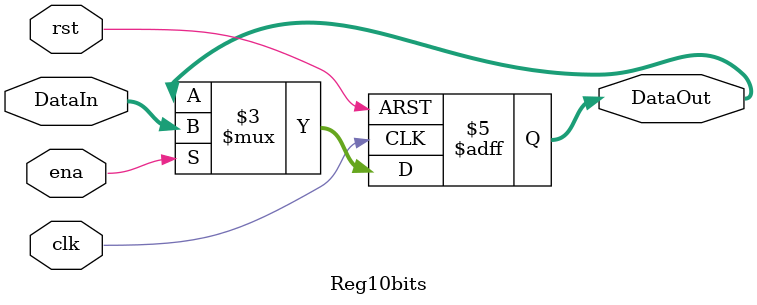
<source format=v>
`timescale 1ns / 1ps
module Reg10bits(input clk,input rst,input ena,input [9:0] DataIn,output reg [9:0] DataOut);


always @(posedge clk, posedge rst)
	begin
		if (rst)
			DataOut = 10'b0;
		else
			begin
				if (ena)
					DataOut = DataIn;
			end
	end
endmodule

</source>
